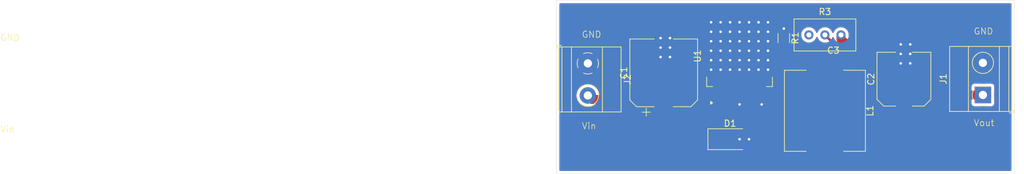
<source format=kicad_pcb>
(kicad_pcb (version 20240108) (generator "pcbnew") (generator_version "8.0")
  (layers (0 "F.Cu" signal) (31 "B.Cu" signal) (34 "B.Paste" user) (35 "F.Paste" user) (36 "B.SilkS" user "B.Silkscreen") (37 "F.SilkS" user "F.Silkscreen") (38 "B.Mask" user) (39 "F.Mask" user) (44 "Edge.Cuts" user))
  (net 0 "")
  (net 1 "Vin")
  (net 2 "GND")
  (net 3 "Vout")
  (net 4 "Net-(U1-FB)")
  (net 5 "Net-(D1-K)")
  (footprint "Diode_SMD:D_SMA" (layer "F.Cu") (at 77.5 97)
    (property "Reference" "D1" (at 0 -2.5 0) (layer "F.SilkS"))
    (property "Value" "ss34")
    (fp_line (start -3.51 -1.65) (end -3.51 1.65) (stroke (width 0.12)) (layer "F.SilkS"))
    (fp_line (start -3.51 -1.65) (end 2 -1.65) (stroke (width 0.12)) (layer "F.SilkS"))
    (fp_line (start -3.51 1.65) (end 2 1.65) (stroke (width 0.12)) (layer "F.SilkS"))
    (pad "1" smd roundrect (at -2 0) (size 2.5 1.8) (layers "F.Cu" "F.Paste" "F.Mask") (roundrect_rratio 0.1388888889) (net 5 "Net-(D1-K)"))
    (pad "2" smd roundrect (at 2 0) (size 2.5 1.8) (layers "F.Cu" "F.Paste" "F.Mask") (roundrect_rratio 0.1388888889) (net 2 "GND"))
  )
  (footprint "Capacitor_SMD:C_Elec_8x10.2" (layer "F.Cu") (at 105 87.5 90)
    (property "Reference" "C2" (at 0 -5.2 90) (layer "F.SilkS"))
    (property "Value" "220uF/35V")
    (fp_line (start 4.26 -4.26) (end 4.26 -1.31) (stroke (width 0.12)) (layer "F.SilkS"))
    (fp_line (start -3.195563 -4.26) (end 4.26 -4.26) (stroke (width 0.12)) (layer "F.SilkS"))
    (fp_line (start -4.26 -3.195563) (end -3.195563 -4.26) (stroke (width 0.12)) (layer "F.SilkS"))
    (fp_line (start -4.26 -3.195563) (end -4.26 -1.31) (stroke (width 0.12)) (layer "F.SilkS"))
    (fp_line (start -4.26 3.195563) (end -4.26 1.31) (stroke (width 0.12)) (layer "F.SilkS"))
    (fp_line (start -4.26 3.195563) (end -3.195563 4.26) (stroke (width 0.12)) (layer "F.SilkS"))
    (fp_line (start 4.26 4.26) (end 4.26 1.31) (stroke (width 0.12)) (layer "F.SilkS"))
    (fp_line (start -3.195563 4.26) (end 4.26 4.26) (stroke (width 0.12)) (layer "F.SilkS"))
    (pad "1" smd roundrect (at -3.6 0 90) (size 4.5 2.1) (layers "F.Cu" "F.Paste" "F.Mask") (roundrect_rratio 0.119048) (net 3 "Vout"))
    (pad "2" smd roundrect (at 3.6 0 90) (size 4.5 2.1) (layers "F.Cu" "F.Paste" "F.Mask") (roundrect_rratio 0.119048) (net 2 "GND"))
  )
  (footprint "Capacitor_SMD:CP_Elec_10x12.5" (layer "F.Cu") (at 67 86.5 90)
    (property "Reference" "C1" (at 0 -6.3 90) (layer "F.SilkS"))
    (property "Value" "680uF/50V")
    (fp_line (start 5.36 -5.36) (end 5.36 -1.51) (stroke (width 0.12)) (layer "F.SilkS"))
    (fp_line (start -4.295563 -5.36) (end 5.36 -5.36) (stroke (width 0.12)) (layer "F.SilkS"))
    (fp_line (start -5.36 -4.295563) (end -4.295563 -5.36) (stroke (width 0.12)) (layer "F.SilkS"))
    (fp_line (start -5.36 -4.295563) (end -5.36 -1.51) (stroke (width 0.12)) (layer "F.SilkS"))
    (fp_line (start -6.225 -3.385) (end -6.225 -2.135) (stroke (width 0.12)) (layer "F.SilkS"))
    (fp_line (start -6.85 -2.76) (end -5.6 -2.76) (stroke (width 0.12)) (layer "F.SilkS"))
    (fp_line (start -5.36 4.295563) (end -5.36 1.51) (stroke (width 0.12)) (layer "F.SilkS"))
    (fp_line (start -5.36 4.295563) (end -4.295563 5.36) (stroke (width 0.12)) (layer "F.SilkS"))
    (fp_line (start 5.36 5.36) (end 5.36 1.51) (stroke (width 0.12)) (layer "F.SilkS"))
    (fp_line (start -4.295563 5.36) (end 5.36 5.36) (stroke (width 0.12)) (layer "F.SilkS"))
    (pad "1" smd roundrect (at -4.2 0 90) (size 4.4 2.5) (layers "F.Cu" "F.Paste" "F.Mask") (roundrect_rratio 0.1) (net 1 "Vin"))
    (pad "2" smd roundrect (at 4.2 0 90) (size 4.4 2.5) (layers "F.Cu" "F.Paste" "F.Mask") (roundrect_rratio 0.1) (net 2 "GND"))
  )
  (footprint "Package_TO_SOT_SMD:TO-263-5_TabPin3" (layer "F.Cu") (at 79 83.85 90)
    (property "Reference" "U1" (at 0 -6.65 90) (layer "F.SilkS"))
    (property "Value" "LM2596S-12")
    (fp_line (start -3.325 -5.2) (end -4.825 -5.2) (stroke (width 0.12)) (layer "F.SilkS"))
    (fp_line (start -4.825 -5.2) (end -4.825 -4.25) (stroke (width 0.12)) (layer "F.SilkS"))
    (fp_line (start -3.325 5.2) (end -4.825 5.2) (stroke (width 0.12)) (layer "F.SilkS"))
    (fp_line (start -4.825 5.2) (end -4.825 4.25) (stroke (width 0.12)) (layer "F.SilkS"))
    (fp_poly (pts (xy -7.3875 -4.25) (xy -7.6275 -4.58) (xy -7.1475 -4.58) (xy -7.3875 -4.25)) (stroke (width 0.12)) (fill solid) (layer "F.SilkS"))
    (pad "1" smd roundrect (at -7.65 -3.4 90) (size 4.6 1.1) (layers "F.Cu" "F.Paste" "F.Mask") (roundrect_rratio 0.227273) (net 1 "Vin"))
    (pad "2" smd roundrect (at -7.65 -1.7 90) (size 4.6 1.1) (layers "F.Cu" "F.Paste" "F.Mask") (roundrect_rratio 0.227273) (net 5 "Net-(D1-K)"))
    (pad "3" smd roundrect (at -7.65 0 90) (size 4.6 1.1) (layers "F.Cu" "F.Paste" "F.Mask") (roundrect_rratio 0.227273) (net 2 "GND"))
    (pad "3" smd roundrect (at -0.925 -2.775 90) (size 4.55 5.25) (layers "F.Cu" "F.Paste") (roundrect_rratio 0.054945) (net 2 "GND"))
    (pad "3" smd roundrect (at -0.925 2.775 90) (size 4.55 5.25) (layers "F.Cu" "F.Paste") (roundrect_rratio 0.054945) (net 2 "GND"))
    (pad "3" smd roundrect (at 1.5 0 90) (size 9.4 10.8) (layers "F.Cu" "F.Mask") (roundrect_rratio 0.026596) (net 2 "GND"))
    (pad "3" smd roundrect (at 3.925 -2.775 90) (size 4.55 5.25) (layers "F.Cu" "F.Paste") (roundrect_rratio 0.054945) (net 2 "GND"))
    (pad "3" smd roundrect (at 3.925 2.775 90) (size 4.55 5.25) (layers "F.Cu" "F.Paste") (roundrect_rratio 0.054945) (net 2 "GND"))
    (pad "4" smd roundrect (at -7.65 1.7 90) (size 4.6 1.1) (layers "F.Cu" "F.Paste" "F.Mask") (roundrect_rratio 0.227273) (net 4 "Net-(U1-FB)"))
    (pad "5" smd roundrect (at -7.65 3.4 90) (size 4.6 1.1) (layers "F.Cu" "F.Paste" "F.Mask") (roundrect_rratio 0.227273) (net 2 "GND"))
  )
  (footprint "Inductor_SMD:L_SXN_SMDRI127" (layer "F.Cu") (at 92.5 92.5 -90)
    (property "Reference" "L1" (at 0 -7.15 90) (layer "F.SilkS"))
    (property "Value" "470")
    (fp_line (start -6.41 6.41) (end 6.41 6.41) (stroke (width 0.12)) (layer "F.SilkS"))
    (fp_line (start -6.41 6.41) (end -6.41 2.96) (stroke (width 0.12)) (layer "F.SilkS"))
    (fp_line (start 6.41 6.41) (end 6.41 2.96) (stroke (width 0.12)) (layer "F.SilkS"))
    (fp_line (start -6.41 -6.41) (end -6.41 -2.96) (stroke (width 0.12)) (layer "F.SilkS"))
    (fp_line (start -6.41 -6.41) (end 6.41 -6.41) (stroke (width 0.12)) (layer "F.SilkS"))
    (fp_line (start 6.41 -6.41) (end 6.41 -2.96) (stroke (width 0.12)) (layer "F.SilkS"))
    (pad "1" smd rect (at -4.95 0 270) (size 2.9 5.4) (layers "F.Cu" "F.Paste" "F.Mask") (net 5 "Net-(D1-K)"))
    (pad "2" smd rect (at 4.95 0 270) (size 2.9 5.4) (layers "F.Cu" "F.Paste" "F.Mask") (net 3 "Vout"))
  )
  (footprint "Resistor_SMD:R_1206_3216Metric" (layer "F.Cu") (at 86 81 -90)
    (property "Reference" "R1" (at 0 -1.82 90) (layer "F.SilkS"))
    (property "Value" "1k")
    (fp_line (start -0.727064 0.91) (end 0.727064 0.91) (stroke (width 0.12)) (layer "F.SilkS"))
    (fp_line (start -0.727064 -0.91) (end 0.727064 -0.91) (stroke (width 0.12)) (layer "F.SilkS"))
    (pad "1" smd roundrect (at -1.4625 0 270) (size 1.125 1.75) (layers "F.Cu" "F.Paste" "F.Mask") (roundrect_rratio 0.222222) (net 2 "GND"))
    (pad "2" smd roundrect (at 1.4625 0 270) (size 1.125 1.75) (layers "F.Cu" "F.Paste" "F.Mask") (roundrect_rratio 0.222222) (net 4 "Net-(U1-FB)"))
  )
  (footprint "Capacitor_SMD:C_0201_0603Metric" (layer "F.Cu") (at 93.845 84)
    (property "Reference" "C3" (at 0 -1.05 0) (layer "F.SilkS"))
    (property "Value" "2.2uF/50V")
    (pad "1" smd roundrect (at -0.32 0) (size 0.46 0.4) (layers "F.Cu" "F.Mask") (net 4 "Net-(U1-FB)"))
    (pad "2" smd roundrect (at 0.32 0) (size 0.46 0.4) (layers "F.Cu" "F.Mask") (net 3 "Vout"))
  )
  (footprint "TerminalBlock_Phoenix:TerminalBlock_Phoenix_MKDS-1,5-2-5.08_1x02_P5.08mm_Horizontal" (layer "F.Cu") (at 117.5 90 90)
    (property "Reference" "J1" (at 2.54 -6.26 90) (layer "F.SilkS"))
    (property "Value" "Screw_Terminal_01x02")
    (fp_line (start 7.68 -5.261) (end 7.68 4.66) (stroke (width 0.12)) (layer "F.SilkS"))
    (fp_line (start -2.6 -5.261) (end 7.68 -5.261) (stroke (width 0.12)) (layer "F.SilkS"))
    (fp_line (start -2.6 -5.261) (end -2.6 4.66) (stroke (width 0.12)) (layer "F.SilkS"))
    (fp_line (start -2.6 -2.301) (end 7.68 -2.301) (stroke (width 0.12)) (layer "F.SilkS"))
    (fp_line (start 6.15 -1.275) (end 6.115 -1.239) (stroke (width 0.12)) (layer "F.SilkS"))
    (fp_line (start 6.355 -1.069) (end 6.308 -1.023) (stroke (width 0.12)) (layer "F.SilkS"))
    (fp_line (start 3.853 1.023) (end 3.806 1.069) (stroke (width 0.12)) (layer "F.SilkS"))
    (fp_line (start 4.046 1.239) (end 4.011 1.274) (stroke (width 0.12)) (layer "F.SilkS"))
    (fp_line (start -2.6 2.6) (end 7.68 2.6) (stroke (width 0.12)) (layer "F.SilkS"))
    (fp_line (start -2.6 4.1) (end 7.68 4.1) (stroke (width 0.12)) (layer "F.SilkS"))
    (fp_line (start -2.84 4.16) (end -2.84 4.9) (stroke (width 0.12)) (layer "F.SilkS"))
    (fp_line (start -2.6 4.66) (end 7.68 4.66) (stroke (width 0.12)) (layer "F.SilkS"))
    (fp_line (start -2.84 4.9) (end -2.34 4.9) (stroke (width 0.12)) (layer "F.SilkS"))
    (fp_arc (start -0.683042 -1.535427) (mid 0.000524 -1.680501) (end 0.684 -1.535) (stroke (width 0.12)) (layer "F.SilkS"))
    (fp_arc (start 1.535427 -0.683042) (mid 1.680501 0.000524) (end 1.535 0.684) (stroke (width 0.12)) (layer "F.SilkS"))
    (fp_arc (start -1.535427 0.683042) (mid -1.680501 -0.000524) (end -1.535 -0.684) (stroke (width 0.12)) (layer "F.SilkS"))
    (fp_arc (start 0.683318 1.534756) (mid 0.349292 1.643288) (end 0 1.68) (stroke (width 0.12)) (layer "F.SilkS"))
    (fp_arc (start 0.028805 1.680253) (mid -0.335551 1.646659) (end -0.684 1.535) (stroke (width 0.12)) (layer "F.SilkS"))
    (fp_circle (center 5.08 0) (end 6.76 0) (stroke (width 0.12)) (fill none) (layer "F.SilkS"))
    (pad "1" thru_hole rect (at 0 0 90) (size 2.6 2.6) (drill 1.3) (layers "*.Cu" "*.Mask") (net 3 "Vout"))
    (pad "2" thru_hole circle (at 5.08 0 90) (size 2.6 2.6) (drill 1.3) (layers "*.Cu" "*.Mask") (net 2 "GND"))
  )
  (footprint "TerminalBlock_Phoenix:TerminalBlock_Phoenix_MKDS-1,5-2-5.08_1x02_P5.08mm_Horizontal" (layer "F.Cu") (at 55 85 -90)
    (property "Reference" "J2" (at 2.54 -6.26 90) (layer "F.SilkS"))
    (property "Value" "Screw_Terminal_01x02")
    (fp_line (start -2.84 4.9) (end -2.34 4.9) (stroke (width 0.12)) (layer "F.SilkS"))
    (fp_line (start -2.6 4.66) (end 7.68 4.66) (stroke (width 0.12)) (layer "F.SilkS"))
    (fp_line (start -2.84 4.16) (end -2.84 4.9) (stroke (width 0.12)) (layer "F.SilkS"))
    (fp_line (start -2.6 4.1) (end 7.68 4.1) (stroke (width 0.12)) (layer "F.SilkS"))
    (fp_line (start -2.6 2.6) (end 7.68 2.6) (stroke (width 0.12)) (layer "F.SilkS"))
    (fp_line (start 4.046 1.239) (end 4.011 1.274) (stroke (width 0.12)) (layer "F.SilkS"))
    (fp_line (start 3.853 1.023) (end 3.806 1.069) (stroke (width 0.12)) (layer "F.SilkS"))
    (fp_line (start 6.355 -1.069) (end 6.308 -1.023) (stroke (width 0.12)) (layer "F.SilkS"))
    (fp_line (start 6.15 -1.275) (end 6.115 -1.239) (stroke (width 0.12)) (layer "F.SilkS"))
    (fp_line (start -2.6 -2.301) (end 7.68 -2.301) (stroke (width 0.12)) (layer "F.SilkS"))
    (fp_line (start -2.6 -5.261) (end -2.6 4.66) (stroke (width 0.12)) (layer "F.SilkS"))
    (fp_line (start -2.6 -5.261) (end 7.68 -5.261) (stroke (width 0.12)) (layer "F.SilkS"))
    (fp_line (start 7.68 -5.261) (end 7.68 4.66) (stroke (width 0.12)) (layer "F.SilkS"))
    (fp_arc (start 0.028805 1.680253) (mid -0.335551 1.646659) (end -0.684 1.535) (stroke (width 0.12)) (layer "F.SilkS"))
    (fp_arc (start 0.683318 1.534756) (mid 0.349292 1.643288) (end 0 1.68) (stroke (width 0.12)) (layer "F.SilkS"))
    (fp_arc (start -1.535427 0.683042) (mid -1.680501 -0.000524) (end -1.535 -0.684) (stroke (width 0.12)) (layer "F.SilkS"))
    (fp_arc (start 1.535427 -0.683042) (mid 1.680501 0.000524) (end 1.535 0.684) (stroke (width 0.12)) (layer "F.SilkS"))
    (fp_arc (start -0.683042 -1.535427) (mid 0.000524 -1.680501) (end 0.684 -1.535) (stroke (width 0.12)) (layer "F.SilkS"))
    (fp_circle (center 5.08 0) (end 6.76 0) (stroke (width 0.12)) (fill none) (layer "F.SilkS"))
    (pad "1" thru_hole rect (at 0 0 270) (size 2.6 2.6) (drill 1.3) (layers "*.Cu" "*.Mask") (net 2 "GND"))
    (pad "2" thru_hole circle (at 5.08 0 270) (size 2.6 2.6) (drill 1.3) (layers "*.Cu" "*.Mask") (net 1 "Vin"))
  )
  (footprint "Potentiometer_THT:Potentiometer_Bourns_3296W_Vertical" (layer "F.Cu") (at 95.05 80.5)
    (property "Reference" "R3" (at -2.54 -3.66 0) (layer "F.SilkS"))
    (property "Value" "10k")
    (fp_line (start -7.425 -2.53) (end -7.425 2.54) (stroke (width 0.12)) (layer "F.SilkS"))
    (fp_line (start -7.425 -2.53) (end 2.345 -2.53) (stroke (width 0.12)) (layer "F.SilkS"))
    (fp_line (start -7.425 2.54) (end 2.345 2.54) (stroke (width 0.12)) (layer "F.SilkS"))
    (fp_line (start 2.345 -2.53) (end 2.345 2.54) (stroke (width 0.12)) (layer "F.SilkS"))
    (pad "1" thru_hole circle (at 0 0) (size 1.44 1.44) (drill 0.8) (layers "*.Cu" "*.Mask") (net 3 "Vout"))
    (pad "2" thru_hole circle (at -2.54 0) (size 1.44 1.44) (drill 0.8) (layers "*.Cu" "*.Mask") (net 4 "Net-(U1-FB)"))
    (pad "3" thru_hole circle (at -5.08 0) (size 1.44 1.44) (drill 0.8) (layers "*.Cu" "*.Mask"))
  )
  (gr_rect (start 50 75) (end 122.5 102.5) (stroke (width 0.05)) (fill none) (layer "Edge.Cuts"))
  (gr_text "GND\n\n\n\n\n\n\n\n\nVout" (at 116 95 0) (layer "F.SilkS") (effects (font (size 1 1) (thickness 0.1)) (justify left bottom)))
  (gr_text "GND\n\n\n\n\n\n\n\n\nVin" (at -38 96 0) (layer "F.SilkS") (effects (font (size 1 1) (thickness 0.1)) (justify left bottom)))
  (gr_text "GND\n\n\n\n\n\n\n\n\nVin" (at 54 95.5 0) (layer "F.SilkS") (effects (font (size 1 1) (thickness 0.1)) (justify left bottom)))
  (segment (start 67 90.7) (end 55.62 90.7) (width 1.4) (layer "F.Cu") (net 1))
  (segment (start 75.6 91.5) (end 67.8 91.5) (width 1.4) (layer "F.Cu") (net 1))
  (segment (start 67.8 91.5) (end 67 90.7) (width 1.4) (layer "F.Cu") (net 1))
  (segment (start 55.62 90.7) (end 55 90.08) (width 1.4) (layer "F.Cu") (net 1))
  (segment (start 116.48 83.9) (end 117.5 84.92) (width 1.4) (layer "F.Cu") (net 2))
  (segment (start 79 96.5) (end 79.5 97) (width 1.4) (layer "F.Cu") (net 2))
  (via (at 104.5 85) (size 1) (drill 0.4) (layers "F.Cu" "B.Cu") (net 2))
  (via (at 74.5 84.5) (size 1) (drill 0.4) (layers "F.Cu" "B.Cu") (net 2))
  (via (at 82.5 91.5) (size 1) (drill 0.4) (layers "F.Cu" "B.Cu") (net 2))
  (via (at 79 80) (size 1) (drill 0.4) (layers "F.Cu" "B.Cu") (net 2))
  (via (at 106 82) (size 1) (drill 0.4) (layers "F.Cu" "B.Cu") (net 2))
  (via (at 82 78.5) (size 1) (drill 0.4) (layers "F.Cu" "B.Cu") (net 2))
  (via (at 82 83) (size 1) (drill 0.4) (layers "F.Cu" "B.Cu") (net 2))
  (via (at 83.5 78.5) (size 1) (drill 0.4) (layers "F.Cu" "B.Cu") (net 2))
  (via (at 68 81) (size 1) (drill 0.4) (layers "F.Cu" "B.Cu") (net 2))
  (via (at 74.5 83) (size 1) (drill 0.4) (layers "F.Cu" "B.Cu") (net 2))
  (via (at 79 84.5) (size 1) (drill 0.4) (layers "F.Cu" "B.Cu") (net 2))
  (via (at 77.5 83) (size 1) (drill 0.4) (layers "F.Cu" "B.Cu") (net 2))
  (via (at 76 83) (size 1) (drill 0.4) (layers "F.Cu" "B.Cu") (net 2))
  (via (at 77.5 81.5) (size 1) (drill 0.4) (layers "F.Cu" "B.Cu") (net 2))
  (via (at 74.5 78.5) (size 1) (drill 0.4) (layers "F.Cu" "B.Cu") (net 2))
  (via (at 80.5 83) (size 1) (drill 0.4) (layers "F.Cu" "B.Cu") (net 2))
  (via (at 82 84.5) (size 1) (drill 0.4) (layers "F.Cu" "B.Cu") (net 2))
  (via (at 66.5 84) (size 1) (drill 0.4) (layers "F.Cu" "B.Cu") (net 2))
  (via (at 66.5 81) (size 1) (drill 0.4) (layers "F.Cu" "B.Cu") (net 2))
  (via (at 82 80) (size 1) (drill 0.4) (layers "F.Cu" "B.Cu") (net 2))
  (via (at 83.5 81.5) (size 1) (drill 0.4) (layers "F.Cu" "B.Cu") (net 2))
  (via (at 83.5 84.5) (size 1) (drill 0.4) (layers "F.Cu" "B.Cu") (net 2))
  (via (at 80.5 80) (size 1) (drill 0.4) (layers "F.Cu" "B.Cu") (net 2))
  (via (at 77.5 86) (size 1) (drill 0.4) (layers "F.Cu" "B.Cu") (net 2))
  (via (at 83.5 83) (size 1) (drill 0.4) (layers "F.Cu" "B.Cu") (net 2))
  (via (at 74.5 81.5) (size 1) (drill 0.4) (layers "F.Cu" "B.Cu") (net 2))
  (via (at 83.5 86) (size 1) (drill 0.4) (layers "F.Cu" "B.Cu") (net 2))
  (via (at 104.5 83.5) (size 1) (drill 0.4) (layers "F.Cu" "B.Cu") (net 2))
  (via (at 66.5 82.5) (size 1) (drill 0.4) (layers "F.Cu" "B.Cu") (net 2))
  (via (at 82 86) (size 1) (drill 0.4) (layers "F.Cu" "B.Cu") (net 2))
  (via (at 76 81.5) (size 1) (drill 0.4) (layers "F.Cu" "B.Cu") (net 2))
  (via (at 68 82.5) (size 1) (drill 0.4) (layers "F.Cu" "B.Cu") (net 2))
  (via (at 79 97) (size 1) (drill 0.4) (layers "F.Cu" "B.Cu") (net 2))
  (via (at 80.5 81.5) (size 1) (drill 0.4) (layers "F.Cu" "B.Cu") (net 2))
  (via (at 104.5 82) (size 1) (drill 0.4) (layers "F.Cu" "B.Cu") (net 2))
  (via (at 106 83.5) (size 1) (drill 0.4) (layers "F.Cu" "B.Cu") (net 2))
  (via (at 106 85) (size 1) (drill 0.4) (layers "F.Cu" "B.Cu") (net 2))
  (via (at 77.5 80) (size 1) (drill 0.4) (layers "F.Cu" "B.Cu") (net 2))
  (via (at 86 79.5) (size 1) (drill 0.4) (layers "F.Cu" "B.Cu") (net 2))
  (via (at 76 78.5) (size 1) (drill 0.4) (layers "F.Cu" "B.Cu") (net 2))
  (via (at 83.5 80) (size 1) (drill 0.4) (layers "F.Cu" "B.Cu") (net 2))
  (via (at 79 86) (size 1) (drill 0.4) (layers "F.Cu" "B.Cu") (net 2))
  (via (at 80.5 84.5) (size 1) (drill 0.4) (layers "F.Cu" "B.Cu") (net 2))
  (via (at 74.5 86) (size 1) (drill 0.4) (layers "F.Cu" "B.Cu") (net 2))
  (via (at 76 86) (size 1) (drill 0.4) (layers "F.Cu" "B.Cu") (net 2))
  (via (at 76 84.5) (size 1) (drill 0.4) (layers "F.Cu" "B.Cu") (net 2))
  (via (at 77.5 84.5) (size 1) (drill 0.4) (layers "F.Cu" "B.Cu") (net 2))
  (via (at 80.5 78.5) (size 1) (drill 0.4) (layers "F.Cu" "B.Cu") (net 2))
  (via (at 77.5 78.5) (size 1) (drill 0.4) (layers "F.Cu" "B.Cu") (net 2))
  (via (at 68 84) (size 1) (drill 0.4) (layers "F.Cu" "B.Cu") (net 2))
  (via (at 79 81.5) (size 1) (drill 0.4) (layers "F.Cu" "B.Cu") (net 2))
  (via (at 82 81.5) (size 1) (drill 0.4) (layers "F.Cu" "B.Cu") (net 2))
  (via (at 80.5 97) (size 1) (drill 0.4) (layers "F.Cu" "B.Cu") (net 2))
  (via (at 79 91.5) (size 1) (drill 0.4) (layers "F.Cu" "B.Cu") (net 2))
  (via (at 79 78.5) (size 1) (drill 0.4) (layers "F.Cu" "B.Cu") (net 2))
  (via (at 74.5 80) (size 1) (drill 0.4) (layers "F.Cu" "B.Cu") (net 2))
  (via (at 76 80) (size 1) (drill 0.4) (layers "F.Cu" "B.Cu") (net 2))
  (via (at 80.5 86) (size 1) (drill 0.4) (layers "F.Cu" "B.Cu") (net 2))
  (via (at 79 83) (size 1) (drill 0.4) (layers "F.Cu" "B.Cu") (net 2))
  (segment (start 117.5 90) (end 106.1 90) (width 1.4) (layer "F.Cu") (net 3))
  (segment (start 106.1 90) (end 105 91.1) (width 1.4) (layer "F.Cu") (net 3))
  (segment (start 98.65 97.45) (end 105 91.1) (width 1.4) (layer "F.Cu") (net 3))
  (segment (start 95.05 80.5) (end 95.05 83.115) (width 0.4) (layer "F.Cu") (net 3))
  (segment (start 95.05 83.115) (end 94.165 84) (width 0.4) (layer "F.Cu") (net 3))
  (segment (start 92.5 97.45) (end 98.65 97.45) (width 1.4) (layer "F.Cu") (net 3))
  (segment (start 105 91.1) (end 95.05 81.15) (width 1.4) (layer "F.Cu") (net 3))
  (segment (start 95.05 81.15) (end 95.05 80.5) (width 1.4) (layer "F.Cu") (net 3))
  (segment (start 96.1 89.9) (end 96.1 85.2) (width 1.4) (layer "F.Cu") (net 4))
  (segment (start 93.525 81.515) (end 92.51 80.5) (width 0.4) (layer "F.Cu") (net 4))
  (segment (start 91 95) (end 96.1 89.9) (width 1.4) (layer "F.Cu") (net 4))
  (segment (start 96.1 85.2) (end 88.7375 85.2) (width 1.4) (layer "F.Cu") (net 4))
  (segment (start 81.9 95) (end 91 95) (width 1.4) (layer "F.Cu") (net 4))
  (segment (start 80.7 91.5) (end 80.7 93.8) (width 1.4) (layer "F.Cu") (net 4))
  (segment (start 93.525 84) (end 93.525 81.515) (width 0.4) (layer "F.Cu") (net 4))
  (segment (start 88.7375 85.2) (end 86 82.4625) (width 1.4) (layer "F.Cu") (net 4))
  (segment (start 80.7 93.8) (end 81.9 95) (width 1.4) (layer "F.Cu") (net 4))
  (segment (start 77.3 89.216726) (end 77.3 95.2) (width 1.4) (layer "F.Cu") (net 5))
  (segment (start 91.75 88.3) (end 78.216726 88.3) (width 1.4) (layer "F.Cu") (net 5))
  (segment (start 77.3 91.5) (end 77.3 95.2) (width 1.4) (layer "F.Cu") (net 5))
  (segment (start 92.5 87.55) (end 91.75 88.3) (width 1.4) (layer "F.Cu") (net 5))
  (segment (start 78.216726 88.3) (end 77.3 89.216726) (width 1.4) (layer "F.Cu") (net 5))
  (segment (start 77.3 95.2) (end 75.5 97) (width 1.4) (layer "F.Cu") (net 5))
  (zone (net 2) (net_name "GND") (layers "F&B.Cu") (connect_pads yes (clearance 0.5)) (min_thickness 0.25) (fill yes (thermal_gap 0.5) (thermal_bridge_width 0.5))
    (polygon (pts (xy 122.5 75) (xy 122.5 102.5) (xy 50 102.5) (xy 50 75)))
  )
)
</source>
